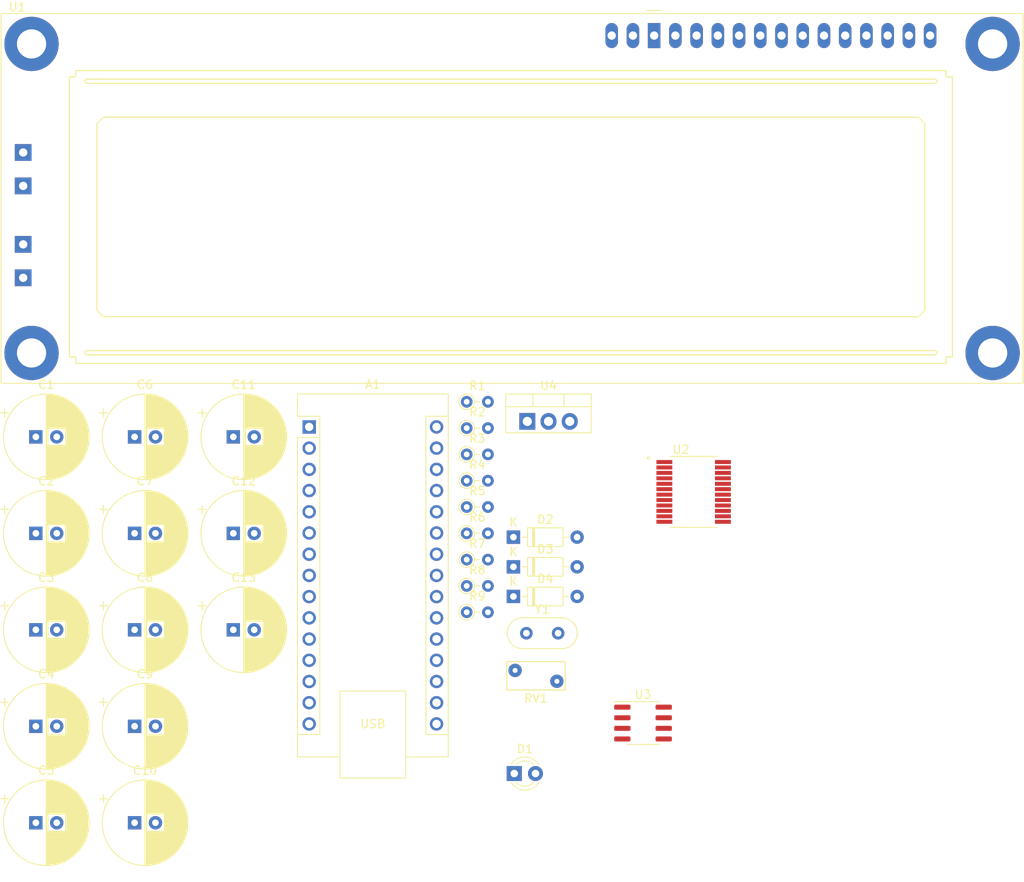
<source format=kicad_pcb>
(kicad_pcb (version 20221018) (generator pcbnew)
  (layers (0 "F.Cu" signal) (31 "B.Cu" signal) (34 "B.Paste" user) (35 "F.Paste" user) (36 "B.SilkS" user "B.Silkscreen") (37 "F.SilkS" user "F.Silkscreen") (38 "B.Mask" user) (39 "F.Mask" user) (44 "Edge.Cuts" user))
  (net 0 "")
  (net 4 "N")
  (net 5 "HFOUT_MCP")
  (net 6 "D3")
  (net 7 "D4")
  (net 8 "D5")
  (net 9 "D6")
  (net 10 "G0_MCP")
  (net 11 "G1_MCP")
  (net 12 "MCLR_MCP")
  (net 13 "CS_MCP")
  (net 14 "SDO_MCP")
  (net 15 "SCI_MCP")
  (net 16 "SCK_MCP")
  (net 19 "A0")
  (net 20 "A1")
  (net 27 "VCC")
  (net 30 "Net-(C1-Pad2)")
  (net 31 "Net-(U2-AVdd)")
  (net 32 "Net-(U2-CH0+)")
  (net 33 "Net-(U2-CH0-)")
  (net 34 "Net-(U2-CH1-)")
  (net 35 "CAL_LOW")
  (net 36 "Net-(U2-REFIN{slash}OUT)")
  (net 37 "Net-(U2-G0)")
  (net 38 "Net-(U2-OSC1)")
  (net 39 "Net-(U2-OSC2)")
  (net 40 "Net-(D3-K)")
  (net 41 "Net-(D1-A)")
  (net 42 "Net-(D2-K)")
  (net 43 "TC_IN1")
  (net 44 "TC_IN2")
  (net 45 "F")
  (net 52 "SDI_MCP")
  (footprint "Diode_THT:D_DO-35_SOD27_P7.62mm_Horizontal" (layer "F.Cu") (at 146.43 99.155)
    (fp_text reference "D2" (at 3.81 -2.12) (layer "F.SilkS"))
    (fp_text value "1N914")
    (fp_text user "K" (at 0 -1.8) (layer "F.SilkS"))
    (pad "1" thru_hole rect (at 0 0) (size 1.6 1.6) (drill 0.8) (layers "*.Cu" "*.Mask") (net 42 "Net-(D2-K)"))
    (pad "2" thru_hole oval (at 7.62 0) (size 1.6 1.6) (drill 0.8) (layers "*.Cu" "*.Mask") (net 4 "N"))
  )
  (footprint "Resistor_THT:R_Axial_DIN0204_L3.6mm_D1.6mm_P2.54mm_Vertical" (layer "F.Cu") (at 140.84 82.945)
    (fp_text reference "R1" (at 1.27 -1.92) (layer "F.SilkS"))
    (fp_text value "10")
    (pad "1" thru_hole circle (at 0 0) (size 1.4 1.4) (drill 0.7) (layers "*.Cu" "*.Mask") (net 27 "VCC"))
    (pad "2" thru_hole oval (at 2.54 0) (size 1.4 1.4) (drill 0.7) (layers "*.Cu" "*.Mask") (net 31 "Net-(U2-AVdd)"))
  )
  (footprint "Diode_THT:D_DO-35_SOD27_P7.62mm_Horizontal" (layer "F.Cu") (at 146.43 106.255)
    (fp_text reference "D4" (at 3.81 -2.12) (layer "F.SilkS"))
    (fp_text value "1N914")
    (fp_text user "K" (at 0 -1.8) (layer "F.SilkS"))
    (pad "1" thru_hole rect (at 0 0) (size 1.6 1.6) (drill 0.8) (layers "*.Cu" "*.Mask") (net 40 "Net-(D3-K)"))
    (pad "2" thru_hole oval (at 7.62 0) (size 1.6 1.6) (drill 0.8) (layers "*.Cu" "*.Mask") (net 4 "N"))
  )
  (footprint "Capacitor_THT:CP_Radial_D10.0mm_P2.50mm" (layer "F.Cu") (at 89.284646 110.245)
    (fp_text reference "C3" (at 1.25 -6.25) (layer "F.SilkS"))
    (fp_text value "220uF")
    (pad "1" thru_hole rect (at 0 0) (size 1.6 1.6) (drill 0.8) (layers "*.Cu" "*.Mask") (net 31 "Net-(U2-AVdd)"))
    (pad "2" thru_hole circle (at 2.5 0) (size 1.6 1.6) (drill 0.8) (layers "*.Cu" "*.Mask") (net 30 "Net-(C1-Pad2)"))
  )
  (footprint "Capacitor_THT:CP_Radial_D10.0mm_P2.50mm" (layer "F.Cu") (at 101.099292 133.345)
    (fp_text reference "C10" (at 1.25 -6.25) (layer "F.SilkS"))
    (fp_text value "0.1uF")
    (pad "1" thru_hole rect (at 0 0) (size 1.6 1.6) (drill 0.8) (layers "*.Cu" "*.Mask") (net 4 "N"))
    (pad "2" thru_hole circle (at 2.5 0) (size 1.6 1.6) (drill 0.8) (layers "*.Cu" "*.Mask") (net 37 "Net-(U2-G0)"))
  )
  (footprint "Capacitor_THT:CP_Radial_D10.0mm_P2.50mm" (layer "F.Cu") (at 112.913938 98.695)
    (fp_text reference "C12" (at 1.25 -6.25) (layer "F.SilkS"))
    (fp_text value "27pF")
    (pad "1" thru_hole rect (at 0 0) (size 1.6 1.6) (drill 0.8) (layers "*.Cu" "*.Mask") (net 4 "N"))
    (pad "2" thru_hole circle (at 2.5 0) (size 1.6 1.6) (drill 0.8) (layers "*.Cu" "*.Mask") (net 39 "Net-(U2-OSC2)"))
  )
  (footprint "Resistor_THT:R_Axial_DIN0204_L3.6mm_D1.6mm_P2.54mm_Vertical" (layer "F.Cu") (at 140.84 101.845)
    (fp_text reference "R7" (at 1.27 -1.92) (layer "F.SilkS"))
    (fp_text value "1k")
    (pad "1" thru_hole circle (at 0 0) (size 1.4 1.4) (drill 0.7) (layers "*.Cu" "*.Mask") (net 37 "Net-(U2-G0)"))
    (pad "2" thru_hole oval (at 2.54 0) (size 1.4 1.4) (drill 0.7) (layers "*.Cu" "*.Mask") (net 27 "VCC"))
  )
  (footprint "Capacitor_THT:CP_Radial_D10.0mm_P2.50mm" (layer "F.Cu") (at 89.284646 133.345)
    (fp_text reference "C5" (at 1.25 -6.25) (layer "F.SilkS"))
    (fp_text value "270pF")
    (pad "1" thru_hole rect (at 0 0) (size 1.6 1.6) (drill 0.8) (layers "*.Cu" "*.Mask") (net 4 "N"))
    (pad "2" thru_hole circle (at 2.5 0) (size 1.6 1.6) (drill 0.8) (layers "*.Cu" "*.Mask") (net 32 "Net-(U2-CH0+)"))
  )
  (footprint "Capacitor_THT:CP_Radial_D10.0mm_P2.50mm" (layer "F.Cu") (at 112.913938 110.245)
    (fp_text reference "C13" (at 1.25 -6.25) (layer "F.SilkS"))
    (fp_text value "470u")
    (pad "1" thru_hole rect (at 0 0) (size 1.6 1.6) (drill 0.8) (layers "*.Cu" "*.Mask") (net 40 "Net-(D3-K)"))
    (pad "2" thru_hole circle (at 2.5 0) (size 1.6 1.6) (drill 0.8) (layers "*.Cu" "*.Mask") (net 4 "N"))
  )
  (footprint "Module:Arduino_Nano" (layer "F.Cu") (at 121.99 85.955)
    (fp_text reference "A1" (at 7.62 -5.08) (layer "F.SilkS"))
    (fp_text value "Arduino_Nano_v3.x")
    (fp_text user "USB" (at 7.62 35.56 unlocked) (layer "F.SilkS"))
    (pad "1" thru_hole rect (at 0 0) (size 1.6 1.6) (drill 1) (layers "*.Cu" "*.Mask"))
    (pad "2" thru_hole oval (at 0 2.54) (size 1.6 1.6) (drill 1) (layers "*.Cu" "*.Mask"))
    (pad "3" thru_hole oval (at 0 5.08) (size 1.6 1.6) (drill 1) (layers "*.Cu" "*.Mask"))
    (pad "4" thru_hole oval (at 0 7.62) (size 1.6 1.6) (drill 1) (layers "*.Cu" "*.Mask") (net 4 "N"))
    (pad "5" thru_hole oval (at 0 10.16) (size 1.6 1.6) (drill 1) (layers "*.Cu" "*.Mask") (net 5 "HFOUT_MCP"))
    (pad "6" thru_hole oval (at 0 12.7) (size 1.6 1.6) (drill 1) (layers "*.Cu" "*.Mask") (net 6 "D3"))
    (pad "7" thru_hole oval (at 0 15.24) (size 1.6 1.6) (drill 1) (layers "*.Cu" "*.Mask") (net 7 "D4"))
    (pad "8" thru_hole oval (at 0 17.78) (size 1.6 1.6) (drill 1) (layers "*.Cu" "*.Mask") (net 8 "D5"))
    (pad "9" thru_hole oval (at 0 20.32) (size 1.6 1.6) (drill 1) (layers "*.Cu" "*.Mask") (net 9 "D6"))
    (pad "10" thru_hole oval (at 0 22.86) (size 1.6 1.6) (drill 1) (layers "*.Cu" "*.Mask") (net 10 "G0_MCP"))
    (pad "11" thru_hole oval (at 0 25.4) (size 1.6 1.6) (drill 1) (layers "*.Cu" "*.Mask") (net 11 "G1_MCP"))
    (pad "12" thru_hole oval (at 0 27.94) (size 1.6 1.6) (drill 1) (layers "*.Cu" "*.Mask") (net 12 "MCLR_MCP"))
    (pad "13" thru_hole oval (at 0 30.48) (size 1.6 1.6) (drill 1) (layers "*.Cu" "*.Mask") (net 13 "CS_MCP"))
    (pad "14" thru_hole oval (at 0 33.02) (size 1.6 1.6) (drill 1) (layers "*.Cu" "*.Mask") (net 14 "SDO_MCP"))
    (pad "15" thru_hole oval (at 0 35.56) (size 1.6 1.6) (drill 1) (layers "*.Cu" "*.Mask") (net 15 "SCI_MCP"))
    (pad "16" thru_hole oval (at 15.24 35.56) (size 1.6 1.6) (drill 1) (layers "*.Cu" "*.Mask") (net 16 "SCK_MCP"))
    (pad "17" thru_hole oval (at 15.24 33.02) (size 1.6 1.6) (drill 1) (layers "*.Cu" "*.Mask"))
    (pad "18" thru_hole oval (at 15.24 30.48) (size 1.6 1.6) (drill 1) (layers "*.Cu" "*.Mask"))
    (pad "19" thru_hole oval (at 15.24 27.94) (size 1.6 1.6) (drill 1) (layers "*.Cu" "*.Mask") (net 19 "A0"))
    (pad "20" thru_hole oval (at 15.24 25.4) (size 1.6 1.6) (drill 1) (layers "*.Cu" "*.Mask") (net 20 "A1"))
    (pad "21" thru_hole oval (at 15.24 22.86) (size 1.6 1.6) (drill 1) (layers "*.Cu" "*.Mask"))
    (pad "22" thru_hole oval (at 15.24 20.32) (size 1.6 1.6) (drill 1) (layers "*.Cu" "*.Mask"))
    (pad "23" thru_hole oval (at 15.24 17.78) (size 1.6 1.6) (drill 1) (layers "*.Cu" "*.Mask"))
    (pad "24" thru_hole oval (at 15.24 15.24) (size 1.6 1.6) (drill 1) (layers "*.Cu" "*.Mask"))
    (pad "25" thru_hole oval (at 15.24 12.7) (size 1.6 1.6) (drill 1) (layers "*.Cu" "*.Mask"))
    (pad "26" thru_hole oval (at 15.24 10.16) (size 1.6 1.6) (drill 1) (layers "*.Cu" "*.Mask"))
    (pad "27" thru_hole oval (at 15.24 7.62) (size 1.6 1.6) (drill 1) (layers "*.Cu" "*.Mask") (net 27 "VCC"))
    (pad "28" thru_hole oval (at 15.24 5.08) (size 1.6 1.6) (drill 1) (layers "*.Cu" "*.Mask"))
    (pad "29" thru_hole oval (at 15.24 2.54) (size 1.6 1.6) (drill 1) (layers "*.Cu" "*.Mask") (net 4 "N"))
    (pad "30" thru_hole oval (at 15.24 0) (size 1.6 1.6) (drill 1) (layers "*.Cu" "*.Mask"))
  )
  (footprint "Resistor_THT:R_Axial_DIN0204_L3.6mm_D1.6mm_P2.54mm_Vertical" (layer "F.Cu") (at 140.84 104.995)
    (fp_text reference "R8" (at 1.27 -1.92) (layer "F.SilkS"))
    (fp_text value "300")
    (pad "1" thru_hole circle (at 0 0) (size 1.4 1.4) (drill 0.7) (layers "*.Cu" "*.Mask") (net 5 "HFOUT_MCP"))
    (pad "2" thru_hole oval (at 2.54 0) (size 1.4 1.4) (drill 0.7) (layers "*.Cu" "*.Mask") (net 41 "Net-(D1-A)"))
  )
  (footprint "Capacitor_THT:CP_Radial_D10.0mm_P2.50mm" (layer "F.Cu") (at 101.099292 121.795)
    (fp_text reference "C9" (at 1.25 -6.25) (layer "F.SilkS"))
    (fp_text value "1uF")
    (pad "1" thru_hole rect (at 0 0) (size 1.6 1.6) (drill 0.8) (layers "*.Cu" "*.Mask") (net 4 "N"))
    (pad "2" thru_hole circle (at 2.5 0) (size 1.6 1.6) (drill 0.8) (layers "*.Cu" "*.Mask") (net 36 "Net-(U2-REFIN{slash}OUT)"))
  )
  (footprint "Crystal:Crystal_HC52-6mm_Vertical" (layer "F.Cu") (at 147.98 110.655)
    (fp_text reference "Y1" (at 1.9 -2.85) (layer "F.SilkS"))
    (fp_text value "Crystal")
    (pad "1" thru_hole circle (at 0 0) (size 1.5 1.5) (drill 0.8) (layers "*.Cu" "*.Mask") (net 38 "Net-(U2-OSC1)"))
    (pad "2" thru_hole circle (at 3.8 0) (size 1.5 1.5) (drill 0.8) (layers "*.Cu" "*.Mask") (net 39 "Net-(U2-OSC2)"))
  )
  (footprint "Varistor:RV_Disc_D7mm_W3.4mm_P5mm" (layer "F.Cu") (at 146.63 115.105)
    (fp_text reference "RV1" (at 2.5 3.35) (layer "F.SilkS"))
    (fp_text value "Varistor")
    (pad "1" thru_hole circle (at 0 0) (size 1.6 1.6) (drill 0.6) (layers "*.Cu" "*.Mask") (net 4 "N"))
    (pad "2" thru_hole circle (at 5 1.3) (size 1.6 1.6) (drill 0.6) (layers "*.Cu" "*.Mask") (net 45 "F"))
  )
  (footprint "Resistor_THT:R_Axial_DIN0204_L3.6mm_D1.6mm_P2.54mm_Vertical" (layer "F.Cu") (at 140.84 95.545)
    (fp_text reference "R5" (at 1.27 -1.92) (layer "F.SilkS"))
    (fp_text value "1.2k")
    (pad "1" thru_hole circle (at 0 0) (size 1.4 1.4) (drill 0.7) (layers "*.Cu" "*.Mask") (net 4 "N"))
    (pad "2" thru_hole oval (at 2.54 0) (size 1.4 1.4) (drill 0.7) (layers "*.Cu" "*.Mask") (net 35 "CAL_LOW"))
  )
  (footprint "Capacitor_THT:CP_Radial_D10.0mm_P2.50mm" (layer "F.Cu") (at 112.913938 87.145)
    (fp_text reference "C11" (at 1.25 -6.25) (layer "F.SilkS"))
    (fp_text value "27pF")
    (pad "1" thru_hole rect (at 0 0) (size 1.6 1.6) (drill 0.8) (layers "*.Cu" "*.Mask") (net 4 "N"))
    (pad "2" thru_hole circle (at 2.5 0) (size 1.6 1.6) (drill 0.8) (layers "*.Cu" "*.Mask") (net 38 "Net-(U2-OSC1)"))
  )
  (footprint "Display:LCD-016N002L" (layer "F.Cu") (at 163.27 39.1)
    (fp_text reference "U1" (at -76.21 -3.41 180) (layer "F.SilkS"))
    (fp_text value "LCD-16X2")
    (pad "" thru_hole circle (at -74.5 1 180) (size 6.5 6.5) (drill 3.5) (layers "*.Cu" "*.Mask"))
    (pad "" thru_hole circle (at -74.5 38 180) (size 6.5 6.5) (drill 3.5) (layers "*.Cu" "*.Mask"))
    (pad "" thru_hole circle (at 40.5 1 180) (size 6.5 6.5) (drill 3.5) (layers "*.Cu" "*.Mask"))
    (pad "" thru_hole circle (at 40.5 38 180) (size 6.5 6.5) (drill 3.5) (layers "*.Cu" "*.Mask"))
    (pad "1" thru_hole rect (at 0 0 180) (size 1.5 3) (drill 1) (layers "*.Cu" "*.Mask") (net 4 "N"))
    (pad "2" thru_hole oval (at 2.54 0 180) (size 1.5 3) (drill 1) (layers "*.Cu" "*.Mask") (net 27 "VCC"))
    (pad "3" thru_hole oval (at 5.08 0 180) (size 1.5 3) (drill 1) (layers "*.Cu" "*.Mask") (net 4 "N"))
    (pad "4" thru_hole oval (at 7.62 0 180) (size 1.5 3) (drill 1) (layers "*.Cu" "*.Mask") (net 20 "A1"))
    (pad "5" thru_hole oval (at 10.16 0 180) (size 1.5 3) (drill 1) (layers "*.Cu" "*.Mask") (net 4 "N"))
    (pad "6" thru_hole oval (at 12.7 0 180) (size 1.5 3) (drill 1) (layers "*.Cu" "*.Mask") (net 6 "D3"))
    (pad "7" thru_hole oval (at 15.24 0 180) (size 1.5 3) (drill 1) (layers "*.Cu" "*.Mask"))
    (pad "8" thru_hole oval (at 17.78 0 180) (size 1.5 3) (drill 1) (layers "*.Cu" "*.Mask"))
    (pad "9" thru_hole oval (at 20.32 0 180) (size 1.5 3) (drill 1) (layers "*.Cu" "*.Mask"))
    (pad "10" thru_hole oval (at 22.86 0 180) (size 1.5 3) (drill 1) (layers "*.Cu" "*.Mask"))
    (pad "11" thru_hole oval (at 25.4 0 180) (size 1.5 3) (drill 1) (layers "*.Cu" "*.Mask") (net 7 "D4"))
    (pad "12" thru_hole oval (at 27.94 0 180) (size 1.5 3) (drill 1) (layers "*.Cu" "*.Mask") (net 8 "D5"))
    (pad "13" thru_hole oval (at 30.48 0 180) (size 1.5 3) (drill 1) (layers "*.Cu" "*.Mask") (net 9 "D6"))
    (pad "14" thru_hole oval (at 33.02 0 180) (size 1.5 3) (drill 1) (layers "*.Cu" "*.Mask"))
    (pad "15" thru_hole oval (at -2.54 0 180) (size 1.5 3) (drill 1) (layers "*.Cu" "*.Mask") (net 27 "VCC"))
    (pad "16" thru_hole oval (at -5.08 0 180) (size 1.5 3) (drill 1) (layers "*.Cu" "*.Mask") (net 4 "N"))
    (pad "A1" thru_hole rect (at -75.5 14 180) (size 2 2) (drill 1) (layers "*.Cu" "*.Mask"))
    (pad "A2" thru_hole rect (at -75.5 25 180) (size 2 2) (drill 1) (layers "*.Cu" "*.Mask"))
    (pad "K1" thru_hole rect (at -75.5 18 180) (size 2 2) (drill 1) (layers "*.Cu" "*.Mask"))
    (pad "K2" thru_hole rect (at -75.5 29 180) (size 2 2) (drill 1) (layers "*.Cu" "*.Mask"))
  )
  (footprint "Resistor_THT:R_Axial_DIN0204_L3.6mm_D1.6mm_P2.54mm_Vertical" (layer "F.Cu") (at 140.84 89.245)
    (fp_text reference "R3" (at 1.27 -1.92) (layer "F.SilkS"))
    (fp_text value "1.2k")
    (pad "1" thru_hole circle (at 0 0) (size 1.4 1.4) (drill 0.7) (layers "*.Cu" "*.Mask") (net 44 "TC_IN2"))
    (pad "2" thru_hole oval (at 2.54 0) (size 1.4 1.4) (drill 0.7) (layers "*.Cu" "*.Mask") (net 33 "Net-(U2-CH0-)"))
  )
  (footprint "Capacitor_THT:CP_Radial_D10.0mm_P2.50mm" (layer "F.Cu") (at 89.284646 98.695)
    (fp_text reference "C2" (at 1.25 -6.25) (layer "F.SilkS"))
    (fp_text value "1uF")
    (pad "1" thru_hole rect (at 0 0) (size 1.6 1.6) (drill 0.8) (layers "*.Cu" "*.Mask") (net 27 "VCC"))
    (pad "2" thru_hole circle (at 2.5 0) (size 1.6 1.6) (drill 0.8) (layers "*.Cu" "*.Mask") (net 30 "Net-(C1-Pad2)"))
  )
  (footprint "Capacitor_THT:CP_Radial_D10.0mm_P2.50mm" (layer "F.Cu") (at 101.099292 110.245)
    (fp_text reference "C8" (at 1.25 -6.25) (layer "F.SilkS"))
    (fp_text value "270pF")
    (pad "1" thru_hole rect (at 0 0) (size 1.6 1.6) (drill 0.8) (layers "*.Cu" "*.Mask") (net 4 "N"))
    (pad "2" thru_hole circle (at 2.5 0) (size 1.6 1.6) (drill 0.8) (layers "*.Cu" "*.Mask") (net 35 "CAL_LOW"))
  )
  (footprint "Diode_THT:D_DO-35_SOD27_P7.62mm_Horizontal" (layer "F.Cu") (at 146.43 102.705)
    (fp_text reference "D3" (at 3.81 -2.12) (layer "F.SilkS"))
    (fp_text value "1N914")
    (fp_text user "K" (at 0 -1.8) (layer "F.SilkS"))
    (pad "1" thru_hole rect (at 0 0) (size 1.6 1.6) (drill 0.8) (layers "*.Cu" "*.Mask") (net 40 "Net-(D3-K)"))
    (pad "2" thru_hole oval (at 7.62 0) (size 1.6 1.6) (drill 0.8) (layers "*.Cu" "*.Mask") (net 42 "Net-(D2-K)"))
  )
  (footprint "Resistor_THT:R_Axial_DIN0204_L3.6mm_D1.6mm_P2.54mm_Vertical" (layer "F.Cu") (at 140.84 98.695)
    (fp_text reference "R6" (at 1.27 -1.92) (layer "F.SilkS"))
    (fp_text value "1k")
    (pad "1" thru_hole circle (at 0 0) (size 1.4 1.4) (drill 0.7) (layers "*.Cu" "*.Mask") (net 36 "Net-(U2-REFIN{slash}OUT)"))
    (pad "2" thru_hole oval (at 2.54 0) (size 1.4 1.4) (drill 0.7) (layers "*.Cu" "*.Mask") (net 27 "VCC"))
  )
  (footprint "MCP3909-I/SS:SOP65P780X200-24N" (layer "F.Cu") (at 167.995 93.735)
    (fp_text reference "U2" (at -1.525 -5.062) (layer "F.SilkS"))
    (fp_text value "~")
    (pad "1" smd roundrect (at -3.505 -3.575) (size 1.9 0.48) (layers "F.Cu" "F.Paste" "F.Mask") (roundrect_rratio 0.06) (net 27 "VCC"))
    (pad "2" smd roundrect (at -3.505 -2.925) (size 1.9 0.48) (layers "F.Cu" "F.Paste" "F.Mask") (roundrect_rratio 0.06) (net 27 "VCC"))
    (pad "3" smd roundrect (at -3.505 -2.275) (size 1.9 0.48) (layers "F.Cu" "F.Paste" "F.Mask") (roundrect_rratio 0.06) (net 31 "Net-(U2-AVdd)"))
    (pad "4" smd roundrect (at -3.505 -1.625) (size 1.9 0.48) (layers "F.Cu" "F.Paste" "F.Mask") (roundrect_rratio 0.06))
    (pad "5" smd roundrect (at -3.505 -0.975) (size 1.9 0.48) (layers "F.Cu" "F.Paste" "F.Mask") (roundrect_rratio 0.06) (net 32 "Net-(U2-CH0+)"))
    (pad "6" smd roundrect (at -3.505 -0.325) (size 1.9 0.48) (layers "F.Cu" "F.Paste" "F.Mask") (roundrect_rratio 0.06) (net 33 "Net-(U2-CH0-)"))
    (pad "7" smd roundrect (at -3.505 0.325) (size 1.9 0.48) (layers "F.Cu" "F.Paste" "F.Mask") (roundrect_rratio 0.06) (net 34 "Net-(U2-CH1-)"))
    (pad "8" smd roundrect (at -3.505 0.975) (size 1.9 0.48) (layers "F.Cu" "F.Paste" "F.Mask") (roundrect_rratio 0.06) (net 35 "CAL_LOW"))
    (pad "9" smd roundrect (at -3.505 1.625) (size 1.9 0.48) (layers "F.Cu" "F.Paste" "F.Mask") (roundrect_rratio 0.06) (net 12 "MCLR_MCP"))
    (pad "10" smd roundrect (at -3.505 2.275) (size 1.9 0.48) (layers "F.Cu" "F.Paste" "F.Mask") (roundrect_rratio 0.06) (net 36 "Net-(U2-REFIN{slash}OUT)"))
    (pad "11" smd roundrect (at -3.505 2.925) (size 1.9 0.48) (layers "F.Cu" "F.Paste" "F.Mask") (roundrect_rratio 0.06) (net 4 "N"))
    (pad "12" smd roundrect (at -3.505 3.575) (size 1.9 0.48) (layers "F.Cu" "F.Paste" "F.Mask") (roundrect_rratio 0.06) (net 16 "SCK_MCP"))
    (pad "13" smd roundrect (at 3.505 3.575) (size 1.9 0.48) (layers "F.Cu" "F.Paste" "F.Mask") (roundrect_rratio 0.06) (net 52 "SDI_MCP"))
    (pad "14" smd roundrect (at 3.505 2.925) (size 1.9 0.48) (layers "F.Cu" "F.Paste" "F.Mask") (roundrect_rratio 0.06) (net 13 "CS_MCP"))
    (pad "15" smd roundrect (at 3.505 2.275) (size 1.9 0.48) (layers "F.Cu" "F.Paste" "F.Mask") (roundrect_rratio 0.06) (net 37 "Net-(U2-G0)"))
    (pad "16" smd roundrect (at 3.505 1.625) (size 1.9 0.48) (layers "F.Cu" "F.Paste" "F.Mask") (roundrect_rratio 0.06) (net 37 "Net-(U2-G0)"))
    (pad "17" smd roundrect (at 3.505 0.975) (size 1.9 0.48) (layers "F.Cu" "F.Paste" "F.Mask") (roundrect_rratio 0.06) (net 38 "Net-(U2-OSC1)"))
    (pad "18" smd roundrect (at 3.505 0.325) (size 1.9 0.48) (layers "F.Cu" "F.Paste" "F.Mask") (roundrect_rratio 0.06) (net 39 "Net-(U2-OSC2)"))
    (pad "19" smd roundrect (at 3.505 -0.325) (size 1.9 0.48) (layers "F.Cu" "F.Paste" "F.Mask") (roundrect_rratio 0.06))
    (pad "20" smd roundrect (at 3.505 -0.975) (size 1.9 0.48) (layers "F.Cu" "F.Paste" "F.Mask") (roundrect_rratio 0.06) (net 14 "SDO_MCP"))
    (pad "21" smd roundrect (at 3.505 -1.625) (size 1.9 0.48) (layers "F.Cu" "F.Paste" "F.Mask") (roundrect_rratio 0.06) (net 4 "N"))
    (pad "22" smd roundrect (at 3.505 -2.275) (size 1.9 0.48) (layers "F.Cu" "F.Paste" "F.Mask") (roundrect_rratio 0.06) (net 5 "HFOUT_MCP"))
    (pad "23" smd roundrect (at 3.505 -2.925) (size 1.9 0.48) (layers "F.Cu" "F.Paste" "F.Mask") (roundrect_rratio 0.06))
    (pad "24" smd roundrect (at 3.505 -3.575) (size 1.9 0.48) (layers "F.Cu" "F.Paste" "F.Mask") (roundrect_rratio 0.06))
  )
  (footprint "Capacitor_THT:CP_Radial_D10.0mm_P2.50mm" (layer "F.Cu") (at 101.099292 87.145)
    (fp_text reference "C6" (at 1.25 -6.25) (layer "F.SilkS"))
    (fp_text value "270pF")
    (pad "1" thru_hole rect (at 0 0) (size 1.6 1.6) (drill 0.8) (layers "*.Cu" "*.Mask") (net 33 "Net-(U2-CH0-)"))
    (pad "2" thru_hole circle (at 2.5 0) (size 1.6 1.6) (drill 0.8) (layers "*.Cu" "*.Mask") (net 4 "N"))
  )
  (footprint "Package_SO:SOIC-8_3.9x4.9mm_P1.27mm" (layer "F.Cu") (at 161.94 121.41)
    (fp_text reference "U3" (at 0 -3.4) (layer "F.SilkS"))
    (fp_text value "TL431D")
    (pad "1" smd roundrect (at -2.475 -1.905) (size 1.95 0.6) (layers "F.Cu" "F.Paste" "F.Mask") (net 36 "Net-(U2-REFIN{slash}OUT)"))
    (pad "2" smd roundrect (at -2.475 -0.635) (size 1.95 0.6) (layers "F.Cu" "F.Paste" "F.Mask") (net 4 "N"))
    (pad "3" smd roundrect (at -2.475 0.635) (size 1.95 0.6) (layers "F.Cu" "F.Paste" "F.Mask") (net 4 "N"))
    (pad "4" smd roundrect (at -2.475 1.905) (size 1.95 0.6) (layers "F.Cu" "F.Paste" "F.Mask"))
    (pad "5" smd roundrect (at 2.475 1.905) (size 1.95 0.6) (layers "F.Cu" "F.Paste" "F.Mask"))
    (pad "6" smd roundrect (at 2.475 0.635) (size 1.95 0.6) (layers "F.Cu" "F.Paste" "F.Mask") (net 4 "N"))
    (pad "7" smd roundrect (at 2.475 -0.635) (size 1.95 0.6) (layers "F.Cu" "F.Paste" "F.Mask") (net 4 "N"))
    (pad "8" smd roundrect (at 2.475 -1.905) (size 1.95 0.6) (layers "F.Cu" "F.Paste" "F.Mask") (net 36 "Net-(U2-REFIN{slash}OUT)"))
  )
  (footprint "Package_TO_SOT_THT:TO-220-3_Vertical" (layer "F.Cu") (at 148.09 85.295)
    (fp_text reference "U4" (at 2.54 -4.27) (layer "F.SilkS"))
    (fp_text value "LM7805_TO220")
    (pad "1" thru_hole rect (at 0 0) (size 1.905 2) (drill 1.1) (layers "*.Cu" "*.Mask") (net 40 "Net-(D3-K)"))
    (pad "2" thru_hole oval (at 2.54 0) (size 1.905 2) (drill 1.1) (layers "*.Cu" "*.Mask") (net 4 "N"))
    (pad "3" thru_hole oval (at 5.08 0) (size 1.905 2) (drill 1.1) (layers "*.Cu" "*.Mask") (net 27 "VCC"))
  )
  (footprint "Capacitor_THT:CP_Radial_D10.0mm_P2.50mm" (layer "F.Cu") (at 101.099292 98.695)
    (fp_text reference "C7" (at 1.25 -6.25) (layer "F.SilkS"))
    (fp_text value "270pF")
    (pad "1" thru_hole rect (at 0 0) (size 1.6 1.6) (drill 0.8) (layers "*.Cu" "*.Mask") (net 4 "N"))
    (pad "2" thru_hole circle (at 2.5 0) (size 1.6 1.6) (drill 0.8) (layers "*.Cu" "*.Mask") (net 34 "Net-(U2-CH1-)"))
  )
  (footprint "Resistor_THT:R_Axial_DIN0204_L3.6mm_D1.6mm_P2.54mm_Vertical" (layer "F.Cu") (at 140.84 108.145)
    (fp_text reference "R9" (at 1.27 -1.92) (layer "F.SilkS"))
    (fp_text value "10")
    (pad "1" thru_hole circle (at 0 0) (size 1.4 1.4) (drill 0.7) (layers "*.Cu" "*.Mask") (net 45 "F"))
    (pad "2" thru_hole oval (at 2.54 0) (size 1.4 1.4) (drill 0.7) (layers "*.Cu" "*.Mask") (net 42 "Net-(D2-K)"))
  )
  (footprint "Capacitor_THT:CP_Radial_D10.0mm_P2.50mm" (layer "F.Cu") (at 89.284646 87.145)
    (fp_text reference "C1" (at 1.25 -6.25) (layer "F.SilkS"))
    (fp_text value "1uF")
    (pad "1" thru_hole rect (at 0 0) (size 1.6 1.6) (drill 0.8) (layers "*.Cu" "*.Mask") (net 27 "VCC"))
    (pad "2" thru_hole circle (at 2.5 0) (size 1.6 1.6) (drill 0.8) (layers "*.Cu" "*.Mask") (net 30 "Net-(C1-Pad2)"))
  )
  (footprint "LED_THT:LED_D3.0mm" (layer "F.Cu") (at 146.53 127.455)
    (fp_text reference "D1" (at 1.27 -2.96) (layer "F.SilkS"))
    (fp_text value "LED")
    (pad "1" thru_hole rect (at 0 0) (size 1.8 1.8) (drill 0.9) (layers "*.Cu" "*.Mask") (net 4 "N"))
    (pad "2" thru_hole circle (at 2.54 0) (size 1.8 1.8) (drill 0.9) (layers "*.Cu" "*.Mask") (net 41 "Net-(D1-A)"))
  )
  (footprint "Capacitor_THT:CP_Radial_D10.0mm_P2.50mm" (layer "F.Cu") (at 89.284646 121.795)
    (fp_text reference "C4" (at 1.25 -6.25) (layer "F.SilkS"))
    (fp_text value "1uF")
    (pad "1" thru_hole rect (at 0 0) (size 1.6 1.6) (drill 0.8) (layers "*.Cu" "*.Mask") (net 31 "Net-(U2-AVdd)"))
    (pad "2" thru_hole circle (at 2.5 0) (size 1.6 1.6) (drill 0.8) (layers "*.Cu" "*.Mask") (net 30 "Net-(C1-Pad2)"))
  )
  (footprint "Resistor_THT:R_Axial_DIN0204_L3.6mm_D1.6mm_P2.54mm_Vertical" (layer "F.Cu") (at 140.84 86.095)
    (fp_text reference "R2" (at 1.27 -1.92) (layer "F.SilkS"))
    (fp_text value "1.2k")
    (pad "1" thru_hole circle (at 0 0) (size 1.4 1.4) (drill 0.7) (layers "*.Cu" "*.Mask") (net 43 "TC_IN1"))
    (pad "2" thru_hole oval (at 2.54 0) (size 1.4 1.4) (drill 0.7) (layers "*.Cu" "*.Mask") (net 32 "Net-(U2-CH0+)"))
  )
  (footprint "Resistor_THT:R_Axial_DIN0204_L3.6mm_D1.6mm_P2.54mm_Vertical" (layer "F.Cu") (at 140.84 92.395)
    (fp_text reference "R4" (at 1.27 -1.92) (layer "F.SilkS"))
    (fp_text value "1.2k")
    (pad "1" thru_hole circle (at 0 0) (size 1.4 1.4) (drill 0.7) (layers "*.Cu" "*.Mask") (net 4 "N"))
    (pad "2" thru_hole oval (at 2.54 0) (size 1.4 1.4) (drill 0.7) (layers "*.Cu" "*.Mask") (net 34 "Net-(U2-CH1-)"))
  )
)
</source>
